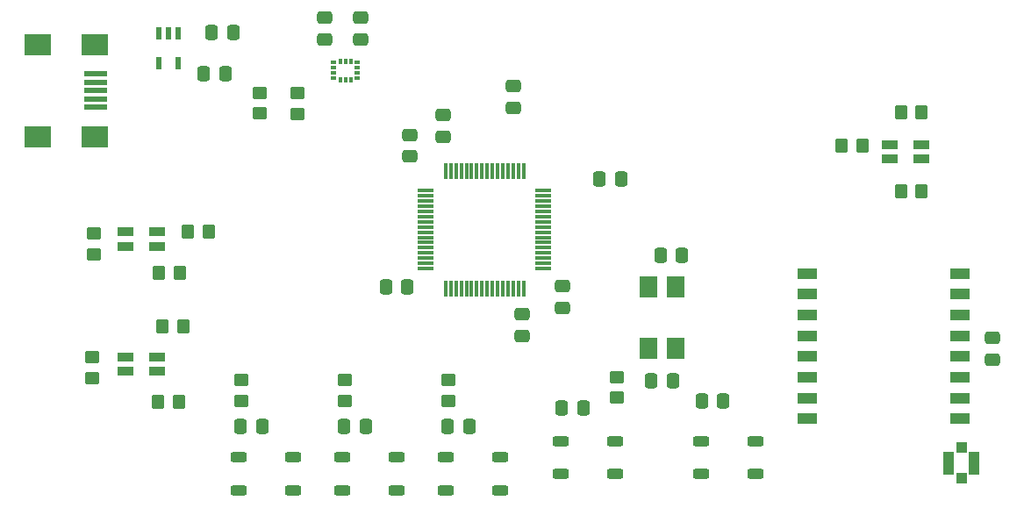
<source format=gtp>
%TF.GenerationSoftware,KiCad,Pcbnew,8.0.4-8.0.4-0~ubuntu24.04.1*%
%TF.CreationDate,2024-07-23T16:28:14+10:00*%
%TF.ProjectId,lo_cate_pcb,6c6f5f63-6174-4655-9f70-63622e6b6963,rev?*%
%TF.SameCoordinates,Original*%
%TF.FileFunction,Paste,Top*%
%TF.FilePolarity,Positive*%
%FSLAX46Y46*%
G04 Gerber Fmt 4.6, Leading zero omitted, Abs format (unit mm)*
G04 Created by KiCad (PCBNEW 8.0.4-8.0.4-0~ubuntu24.04.1) date 2024-07-23 16:28:14*
%MOMM*%
%LPD*%
G01*
G04 APERTURE LIST*
G04 Aperture macros list*
%AMRoundRect*
0 Rectangle with rounded corners*
0 $1 Rounding radius*
0 $2 $3 $4 $5 $6 $7 $8 $9 X,Y pos of 4 corners*
0 Add a 4 corners polygon primitive as box body*
4,1,4,$2,$3,$4,$5,$6,$7,$8,$9,$2,$3,0*
0 Add four circle primitives for the rounded corners*
1,1,$1+$1,$2,$3*
1,1,$1+$1,$4,$5*
1,1,$1+$1,$6,$7*
1,1,$1+$1,$8,$9*
0 Add four rect primitives between the rounded corners*
20,1,$1+$1,$2,$3,$4,$5,0*
20,1,$1+$1,$4,$5,$6,$7,0*
20,1,$1+$1,$6,$7,$8,$9,0*
20,1,$1+$1,$8,$9,$2,$3,0*%
G04 Aperture macros list end*
%ADD10RoundRect,0.250000X0.525000X0.250000X-0.525000X0.250000X-0.525000X-0.250000X0.525000X-0.250000X0*%
%ADD11R,1.700000X2.100000*%
%ADD12RoundRect,0.250000X-0.475000X0.337500X-0.475000X-0.337500X0.475000X-0.337500X0.475000X0.337500X0*%
%ADD13R,1.500000X0.900000*%
%ADD14RoundRect,0.250000X0.450000X-0.350000X0.450000X0.350000X-0.450000X0.350000X-0.450000X-0.350000X0*%
%ADD15RoundRect,0.250000X-0.337500X-0.475000X0.337500X-0.475000X0.337500X0.475000X-0.337500X0.475000X0*%
%ADD16RoundRect,0.250000X0.475000X-0.337500X0.475000X0.337500X-0.475000X0.337500X-0.475000X-0.337500X0*%
%ADD17RoundRect,0.250000X-0.350000X-0.450000X0.350000X-0.450000X0.350000X0.450000X-0.350000X0.450000X0*%
%ADD18RoundRect,0.250000X0.350000X0.450000X-0.350000X0.450000X-0.350000X-0.450000X0.350000X-0.450000X0*%
%ADD19R,1.950000X1.050000*%
%ADD20R,0.584200X0.304800*%
%ADD21R,0.304800X0.584200*%
%ADD22RoundRect,0.250000X0.337500X0.475000X-0.337500X0.475000X-0.337500X-0.475000X0.337500X-0.475000X0*%
%ADD23R,2.300000X0.500000*%
%ADD24R,2.500000X2.000000*%
%ADD25RoundRect,0.250000X-0.450000X0.350000X-0.450000X-0.350000X0.450000X-0.350000X0.450000X0.350000X0*%
%ADD26R,0.990600X0.990600*%
%ADD27R,1.041400X2.209800*%
%ADD28R,0.508000X1.181100*%
%ADD29RoundRect,0.075000X0.700000X0.075000X-0.700000X0.075000X-0.700000X-0.075000X0.700000X-0.075000X0*%
%ADD30RoundRect,0.075000X0.075000X0.700000X-0.075000X0.700000X-0.075000X-0.700000X0.075000X-0.700000X0*%
G04 APERTURE END LIST*
D10*
%TO.C,SW4*%
X134525000Y-120800000D03*
X129275000Y-120800000D03*
X134525000Y-117600000D03*
X129275000Y-117600000D03*
%TD*%
D11*
%TO.C,Y1*%
X161500000Y-107025000D03*
X161500000Y-101125000D03*
X158800000Y-101125000D03*
X158800000Y-107025000D03*
%TD*%
D12*
%TO.C,C8*%
X127600000Y-75175000D03*
X127600000Y-77250000D03*
%TD*%
D13*
%TO.C,D1*%
X108350000Y-109300000D03*
X108350000Y-107900000D03*
X111450000Y-109300000D03*
X111450000Y-107900000D03*
%TD*%
D14*
%TO.C,R12*%
X129525000Y-112100000D03*
X129525000Y-110100000D03*
%TD*%
%TO.C,R1*%
X155775000Y-111812500D03*
X155775000Y-109812500D03*
%TD*%
D15*
%TO.C,C12*%
X133487500Y-101100000D03*
X135562500Y-101100000D03*
%TD*%
D16*
%TO.C,C3*%
X192025000Y-108137500D03*
X192025000Y-106062500D03*
%TD*%
D17*
%TO.C,R2*%
X177500000Y-87500000D03*
X179500000Y-87500000D03*
%TD*%
D12*
%TO.C,C7*%
X131100000Y-75175000D03*
X131100000Y-77250000D03*
%TD*%
D14*
%TO.C,R11*%
X139525000Y-112100000D03*
X139525000Y-110100000D03*
%TD*%
%TO.C,R8*%
X105300000Y-98000000D03*
X105300000Y-96000000D03*
%TD*%
D15*
%TO.C,C17*%
X116687501Y-76566850D03*
X118762501Y-76566850D03*
%TD*%
D18*
%TO.C,R4*%
X185200000Y-84300000D03*
X183200000Y-84300000D03*
%TD*%
D14*
%TO.C,R7*%
X105200000Y-109900000D03*
X105200000Y-107900000D03*
%TD*%
D17*
%TO.C,R10*%
X114400000Y-95800000D03*
X116400000Y-95800000D03*
%TD*%
%TO.C,R6*%
X111952200Y-104965000D03*
X113952200Y-104965000D03*
%TD*%
D19*
%TO.C,U6*%
X174125000Y-99850000D03*
X174125000Y-101850000D03*
X174125000Y-103850000D03*
X174125000Y-105850000D03*
X174125000Y-107850000D03*
X174125000Y-109850000D03*
X174125000Y-111850000D03*
X174125000Y-113850000D03*
X188925000Y-113850000D03*
X188925000Y-111850000D03*
X188925000Y-109850000D03*
X188925000Y-107850000D03*
X188925000Y-105850000D03*
X188925000Y-103850000D03*
X188925000Y-101850000D03*
X188925000Y-99850000D03*
%TD*%
D20*
%TO.C,U2*%
X130755700Y-81000001D03*
X130755700Y-80500000D03*
X130755700Y-80000000D03*
X130755700Y-79499999D03*
D21*
X130099999Y-79335600D03*
X129600000Y-79335600D03*
X129100001Y-79335600D03*
D20*
X128444300Y-79499999D03*
X128444300Y-80000000D03*
X128444300Y-80500000D03*
X128444300Y-81000001D03*
D21*
X129100001Y-81164400D03*
X129600000Y-81164400D03*
X130099999Y-81164400D03*
%TD*%
D22*
%TO.C,C6*%
X121562500Y-114600000D03*
X119487500Y-114600000D03*
%TD*%
D16*
%TO.C,C15*%
X139025000Y-86637500D03*
X139025000Y-84562500D03*
%TD*%
D10*
%TO.C,SW3*%
X144525000Y-120800000D03*
X139275000Y-120800000D03*
X144525000Y-117600000D03*
X139275000Y-117600000D03*
%TD*%
D12*
%TO.C,C9*%
X150525000Y-101062500D03*
X150525000Y-103137500D03*
%TD*%
D17*
%TO.C,R9*%
X111625000Y-99800000D03*
X113625000Y-99800000D03*
%TD*%
D16*
%TO.C,C11*%
X146625000Y-105837500D03*
X146625000Y-103762500D03*
%TD*%
D15*
%TO.C,C16*%
X115937501Y-80566850D03*
X118012501Y-80566850D03*
%TD*%
D22*
%TO.C,C4*%
X141562500Y-114600000D03*
X139487500Y-114600000D03*
%TD*%
D23*
%TO.C,J2*%
X105475000Y-80580000D03*
X105475000Y-81380000D03*
X105475000Y-82180000D03*
X105475000Y-82980000D03*
X105475000Y-83780000D03*
D24*
X105375000Y-77730000D03*
X105375000Y-86630000D03*
X99875000Y-86630000D03*
X99875000Y-77730000D03*
%TD*%
D25*
%TO.C,R15*%
X121300000Y-82400000D03*
X121300000Y-84400000D03*
%TD*%
D26*
%TO.C,U8*%
X189025000Y-116649998D03*
D27*
X187775000Y-118124999D03*
D26*
X189025000Y-119600000D03*
D27*
X190275000Y-118124999D03*
%TD*%
D18*
%TO.C,R3*%
X185200000Y-91900000D03*
X183200000Y-91900000D03*
%TD*%
D17*
%TO.C,R5*%
X111552200Y-112215000D03*
X113552200Y-112215000D03*
%TD*%
D22*
%TO.C,C1*%
X152562500Y-112812500D03*
X150487500Y-112812500D03*
%TD*%
D13*
%TO.C,D2*%
X182100000Y-88800000D03*
X182100000Y-87400000D03*
X185200000Y-88800000D03*
X185200000Y-87400000D03*
%TD*%
%TO.C,D3*%
X108350000Y-97200000D03*
X108350000Y-95800000D03*
X111450000Y-97200000D03*
X111450000Y-95800000D03*
%TD*%
D15*
%TO.C,C19*%
X159987500Y-98100000D03*
X162062500Y-98100000D03*
%TD*%
D16*
%TO.C,C10*%
X145825000Y-83837500D03*
X145825000Y-81762500D03*
%TD*%
D10*
%TO.C,SW5*%
X124525000Y-120800000D03*
X119275000Y-120800000D03*
X124525000Y-117600000D03*
X119275000Y-117600000D03*
%TD*%
%TO.C,SW1*%
X169150000Y-119200000D03*
X163900000Y-119200000D03*
X169150000Y-116000000D03*
X163900000Y-116000000D03*
%TD*%
D14*
%TO.C,R13*%
X119525000Y-112100000D03*
X119525000Y-110100000D03*
%TD*%
D22*
%TO.C,C14*%
X156212500Y-90750000D03*
X154137500Y-90750000D03*
%TD*%
D25*
%TO.C,R14*%
X125000000Y-82450000D03*
X125000000Y-84450000D03*
%TD*%
D28*
%TO.C,U7*%
X113475001Y-76633150D03*
X112525000Y-76633150D03*
X111574999Y-76633150D03*
X111574999Y-79566850D03*
X113475001Y-79566850D03*
%TD*%
D12*
%TO.C,C13*%
X135775000Y-86462500D03*
X135775000Y-88537500D03*
%TD*%
D10*
%TO.C,SW2*%
X155650000Y-119200000D03*
X150400000Y-119200000D03*
X155650000Y-116000000D03*
X150400000Y-116000000D03*
%TD*%
D22*
%TO.C,C2*%
X166062500Y-112100000D03*
X163987500Y-112100000D03*
%TD*%
D29*
%TO.C,U1*%
X148700000Y-99350000D03*
X148700000Y-98850000D03*
X148700000Y-98350000D03*
X148700000Y-97850000D03*
X148700000Y-97350000D03*
X148700000Y-96850000D03*
X148700000Y-96350000D03*
X148700000Y-95850000D03*
X148700000Y-95350000D03*
X148700000Y-94850000D03*
X148700000Y-94350000D03*
X148700000Y-93850000D03*
X148700000Y-93350000D03*
X148700000Y-92850000D03*
X148700000Y-92350000D03*
X148700000Y-91850000D03*
D30*
X146775000Y-89925000D03*
X146275000Y-89925000D03*
X145775000Y-89925000D03*
X145275000Y-89925000D03*
X144775000Y-89925000D03*
X144275000Y-89925000D03*
X143775000Y-89925000D03*
X143275000Y-89925000D03*
X142775000Y-89925000D03*
X142275000Y-89925000D03*
X141775000Y-89925000D03*
X141275000Y-89925000D03*
X140775000Y-89925000D03*
X140275000Y-89925000D03*
X139775000Y-89925000D03*
X139275000Y-89925000D03*
D29*
X137350000Y-91850000D03*
X137350000Y-92350000D03*
X137350000Y-92850000D03*
X137350000Y-93350000D03*
X137350000Y-93850000D03*
X137350000Y-94350000D03*
X137350000Y-94850000D03*
X137350000Y-95350000D03*
X137350000Y-95850000D03*
X137350000Y-96350000D03*
X137350000Y-96850000D03*
X137350000Y-97350000D03*
X137350000Y-97850000D03*
X137350000Y-98350000D03*
X137350000Y-98850000D03*
X137350000Y-99350000D03*
D30*
X139275000Y-101275000D03*
X139775000Y-101275000D03*
X140275000Y-101275000D03*
X140775000Y-101275000D03*
X141275000Y-101275000D03*
X141775000Y-101275000D03*
X142275000Y-101275000D03*
X142775000Y-101275000D03*
X143275000Y-101275000D03*
X143775000Y-101275000D03*
X144275000Y-101275000D03*
X144775000Y-101275000D03*
X145275000Y-101275000D03*
X145775000Y-101275000D03*
X146275000Y-101275000D03*
X146775000Y-101275000D03*
%TD*%
D22*
%TO.C,C18*%
X161187500Y-110200000D03*
X159112500Y-110200000D03*
%TD*%
%TO.C,C5*%
X131562500Y-114600000D03*
X129487500Y-114600000D03*
%TD*%
M02*

</source>
